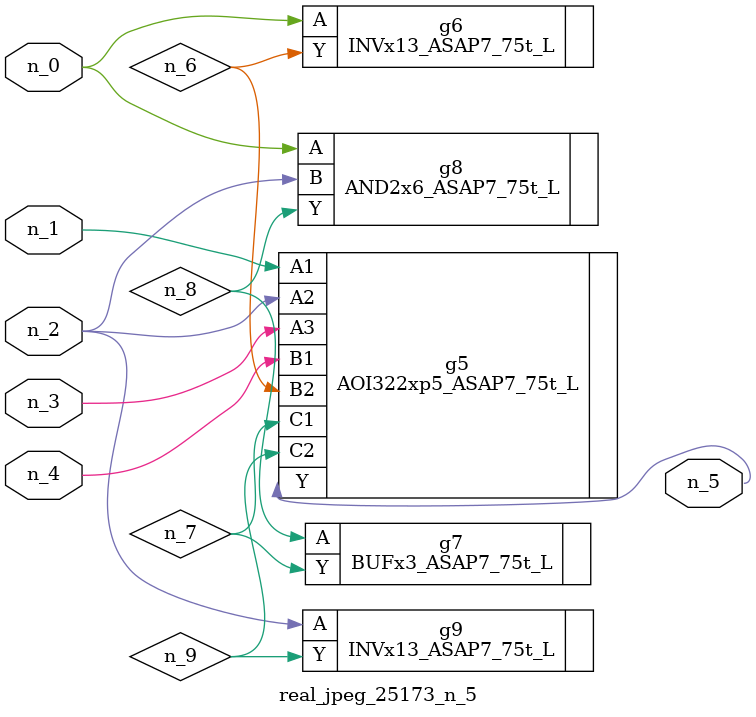
<source format=v>
module real_jpeg_25173_n_5 (n_4, n_0, n_1, n_2, n_3, n_5);

input n_4;
input n_0;
input n_1;
input n_2;
input n_3;

output n_5;

wire n_8;
wire n_6;
wire n_7;
wire n_9;

INVx13_ASAP7_75t_L g6 ( 
.A(n_0),
.Y(n_6)
);

AND2x6_ASAP7_75t_L g8 ( 
.A(n_0),
.B(n_2),
.Y(n_8)
);

AOI322xp5_ASAP7_75t_L g5 ( 
.A1(n_1),
.A2(n_2),
.A3(n_3),
.B1(n_4),
.B2(n_6),
.C1(n_7),
.C2(n_9),
.Y(n_5)
);

INVx13_ASAP7_75t_L g9 ( 
.A(n_2),
.Y(n_9)
);

BUFx3_ASAP7_75t_L g7 ( 
.A(n_8),
.Y(n_7)
);


endmodule
</source>
